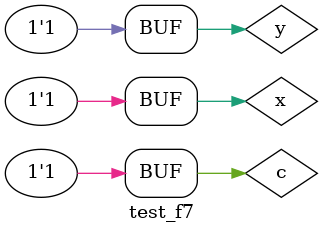
<source format=v>
/*
 * Exemplo_0702 - GATES
 * Nome Gabriel Vargas Bento de Souza
 * Matricula: 778023
*/

// -------------------------
// f7_gates
// -------------------------
module f7_1 (output s1,
             input  a , 
             input  b);
   
   // descrever por portas
   or OR1 (s1, a, b);

endmodule // f7_1

module f7_2 (output s2,
            input  a , 
            input  b);
   
   // descrever por portas
   nor NOR1 (s2, a, b);

endmodule // f7_2

// -------------------------
// multiplexer
// -------------------------
module mux (output s,
            input  a,
            input  b,
            input  select);

   // definir dados locais
   wire not_select;
   wire sa, sb;

   // descrever por portas
   not NOT1 (not_select, select);
   
   and AND1 (sa, a, not_select);
   and AND2 (sb, b, select);

   or  OR1  (s, sa, sb);
endmodule // mux

// -------------------------
// main
// -------------------------
module test_f7;
   
   // definir dados
   reg  c, x, y;
   wire s1, s2, s;

   f7_1 gate1 (s1, x, y);
   f7_2 gate2 (s2, x, y);
   mux MUX1   (s, s1, s2, c);
   
   // parte principal
   initial
   begin : main
      $display("\n Exemplo_0702 - Gabriel Vargas Bento de Souza - 778023\n");
      // $display(" LU's module\n");
      $display(" x  y  s1  s2  c  s");
      $display(" ------**---------- 0 - OR");
      $monitor("%2b %2b %2b %3b %3b %2b", x, y, s1, s2, c, s);

      // projetar testes do modulo
         x = 1'b0; y = 1'b0; c = 1'b0;
      #1           y = 1'b1;
      #1 x = 1'b1; y = 1'b0;
      #1           y = 1'b1;
      #1 x = 1'b0; y = 1'b0; c = 1'b1;

      $display("\n x  y  s1  s2  c  s");
      $display  (" ----------**------ 1 - NOR");

      #1           y = 1'b1;
      #1 x = 1'b1; y = 1'b0;
      #1           y = 1'b1;
   end
endmodule // test_f7

// -------------------------
// test
// -------------------------
/*
---------- previsao ----------

c == 0: porta  OR (0111)
c == 1: porta NOR (1000)

---------- execucao ----------

C:\Users\Gabriel\Desktop\CC-PUC\2Periodo\ARQ1\Tarefas\Guia07>vvp Exemplo_0702.vvp

 Exemplo_0702 - Gabriel Vargas Bento de Souza - 778023

 x  y  s1  s2  c  s
 ------**---------- 0 - OR
 0  0  0   1   0  0
 0  1  1   0   0  1
 1  0  1   0   0  1
 1  1  1   0   0  1

 x  y  s1  s2  c  s
 ----------**------ 1 - NOR
 0  0  0   1   1  1
 0  1  1   0   1  0
 1  0  1   0   1  0
 1  1  1   0   1  0
*/
</source>
